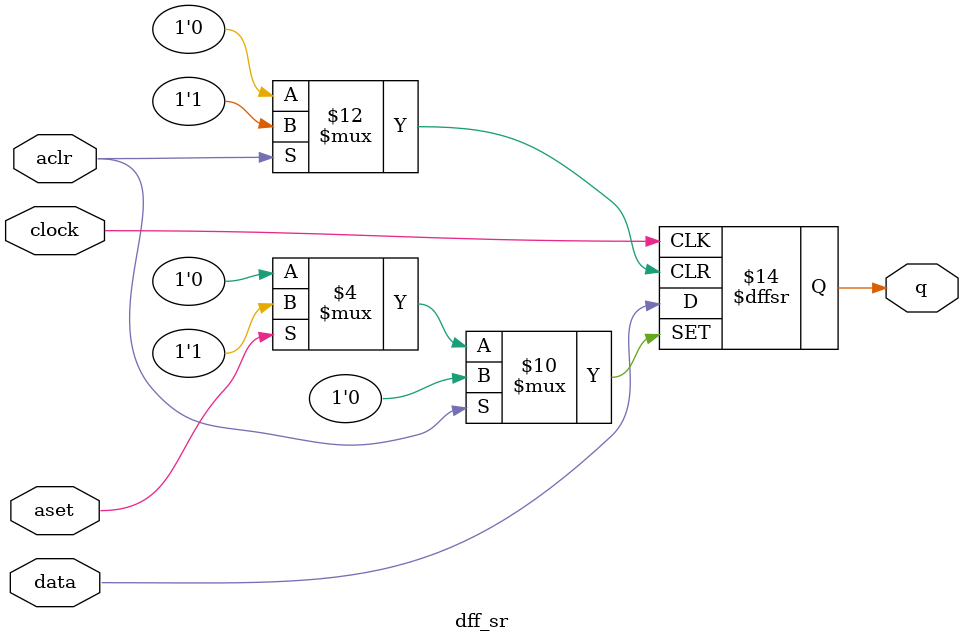
<source format=v>
 
module dff_sr ( aclr, aset, clock, data, q);
 
    input	  aclr;
    input	  aset;
    input	  clock;
    input	  data;
    output reg	  q;
 
   always @ (posedge clock or posedge aclr or posedge aset)
     if (aclr)
       q <= 1'b0;
     else if (aset)
       q <= 1'b1;
     else
       q <= data;
 
endmodule
</source>
